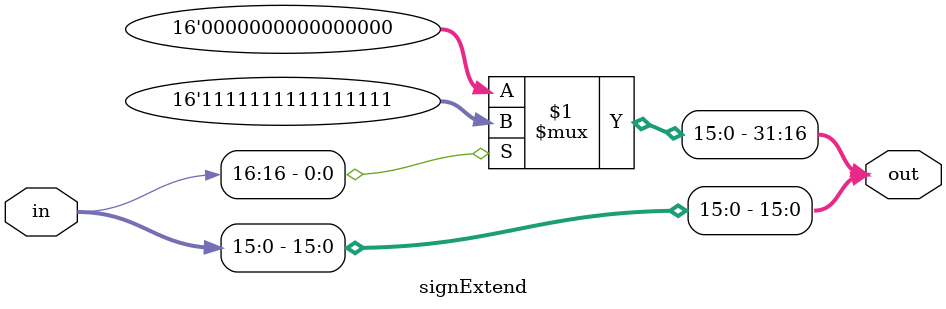
<source format=v>
module signExtend(input[16:0] in, output[31:0] out);

assign out[15:0]=in[15:0];

assign out[31:16]=in[16]?16'b 1111_1111_1111_1111:16'b0;

endmodule

</source>
